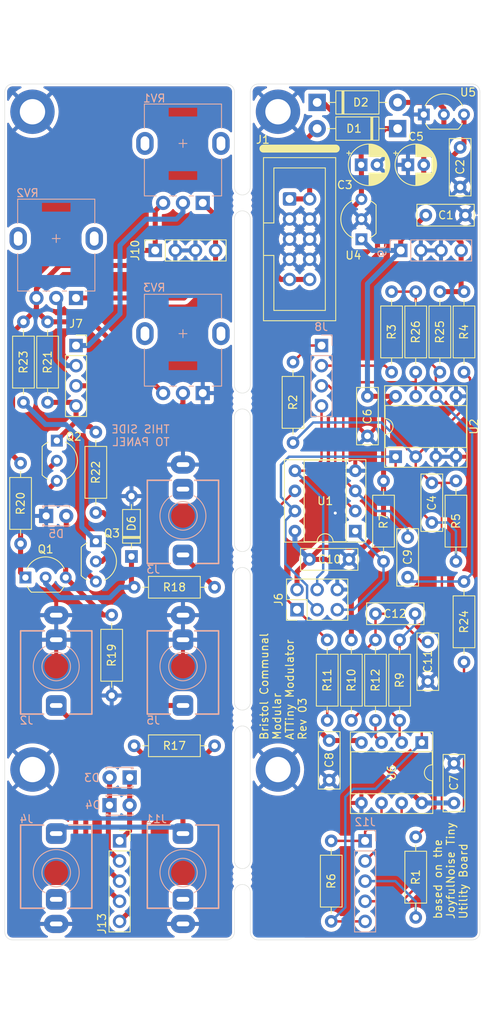
<source format=kicad_pcb>
(kicad_pcb (version 20240108) (generator "pcbnew") (generator_version "8.0")
  (title_block (title "ATTiny Modulator") (date "2024-07-06") (rev "rev03") (company "Bristol Communal Modular") (comment 1 "Based on the JNTUB designed by Ben Reeves") (comment 2 "creativecommons.org/licenses/by/4.0") (comment 3 "License: CC BY 4.0") (comment 4 "Author: Guy John"))
  (layers (0 "F.Cu" signal) (31 "B.Cu" signal) (36 "B.SilkS" user "B.Silkscreen") (37 "F.SilkS" user "F.Silkscreen") (38 "B.Mask" user) (39 "F.Mask" user) (44 "Edge.Cuts" user))
  (net 0 "")
  (net 1 "+5V")
  (net 2 "GND")
  (net 3 "-5V")
  (net 4 "VCC")
  (net 5 "Net-(U2B--)")
  (net 6 "/MCU_ADC_1")
  (net 7 "VEE")
  (net 8 "Net-(U2A--)")
  (net 9 "/MCU_ADC_2")
  (net 10 "Net-(D1-A)")
  (net 11 "Net-(D2-K)")
  (net 12 "/LED_NEG_CTRL")
  (net 13 "/LED_POS_CTRL")
  (net 14 "Net-(D5-A)")
  (net 15 "Net-(D6-K)")
  (net 16 "/CV2_CTRL")
  (net 17 "/TRIG_CTRL")
  (net 18 "Net-(J3-PadT)")
  (net 19 "/OUT_CTRL")
  (net 21 "/CV1_CTRL")
  (net 22 "/MCU_PWM")
  (net 23 "/MCU_TRIG")
  (net 24 "/MCU_RESET")
  (net 25 "/POT1_CTRL")
  (net 26 "/POT2_CTRL")
  (net 27 "/POT3_CTRL")
  (net 28 "/POT1_MAIN")
  (net 29 "/CV1_MAIN")
  (net 30 "/POT2_MAIN")
  (net 31 "/CV2_MAIN")
  (net 32 "/MCU_ADC_3")
  (net 33 "/LED_NEG_MAIN")
  (net 34 "/OUT_MAIN")
  (net 35 "/LED_POS_MAIN")
  (net 36 "Net-(Q1-C)")
  (net 37 "Net-(Q1-E)")
  (net 38 "Net-(Q3-C)")
  (net 39 "Net-(Q3-B)")
  (net 40 "Net-(C11-Pad2)")
  (net 41 "Net-(U6A--)")
  (net 42 "Net-(U6A-+)")
  (net 43 "Net-(J11-PadT)")
  (footprint "Rumblesan_Standard_Parts:R_Axial_DIN0207_L6.3mm_D2.5mm_P10.16mm_Horizontal" (layer "F.Cu") (at 113.5 117 -90)
    (property "Reference" "R19")
    (property "Value" "10k")
  )
  (footprint "Rumblesan_Standard_Parts:C_Rect_L7.0mm_W2.5mm_P5.00mm" (layer "F.Cu") (at 156.718 140.716 90)
    (property "Reference" "C7")
    (property "Value" "100nF")
  )
  (footprint "Rumblesan_Standard_Parts:R_Axial_DIN0207_L6.3mm_D2.5mm_P10.16mm_Horizontal" (layer "F.Cu") (at 102.362 90.17 90)
    (property "Reference" "R23")
    (property "Value" "R_led")
  )
  (footprint "Rumblesan_Standard_Parts:R_Axial_DIN0207_L6.3mm_D2.5mm_P10.16mm_Horizontal" (layer "F.Cu") (at 157.988 86.36 90)
    (property "Reference" "R4")
    (property "Value" "200k")
  )
  (footprint "Rumblesan_Standard_Parts:R_Axial_DIN0207_L6.3mm_D2.5mm_P10.16mm_Horizontal" (layer "F.Cu") (at 146.812 130.302 90)
    (property "Reference" "R12")
    (property "Value" "22k")
  )
  (footprint "Rumblesan_Standard_Parts:R_Axial_DIN0207_L6.3mm_D2.5mm_P10.16mm_Horizontal" (layer "F.Cu") (at 147.828 110.236 90)
    (property "Reference" "R7")
    (property "Value" "100k")
  )
  (footprint "Rumblesan_Standard_Parts:R_Axial_DIN0207_L6.3mm_D2.5mm_P10.16mm_Horizontal" (layer "F.Cu") (at 136.398 95.25 90)
    (property "Reference" "R2")
    (property "Value" "200k")
  )
  (footprint "Rumblesan_Standard_Parts:R_Axial_DIN0207_L6.3mm_D2.5mm_P10.16mm_Horizontal" (layer "F.Cu") (at 149.86 120.142 -90)
    (property "Reference" "R9")
    (property "Value" "100k")
  )
  (footprint "Rumblesan_Standard_Parts:R_Axial_DIN0207_L6.3mm_D2.5mm_P10.16mm_Horizontal" (layer "F.Cu") (at 126.5 133.5 180)
    (property "Reference" "R17")
    (property "Value" "1k")
  )
  (footprint "Rumblesan_Panelization:mouse-bite-2mm-slot" (layer "F.Cu") (at 130 90 90)
    (property "Reference" "mouse-bite-2mm-slot" (hide yes))
    (property "Value" "VAL**" (hide yes))
    (fp_arc (start -2 -1) (mid -1 0) (end -2 1) (stroke (width 0.05)) (layer "Edge.Cuts"))
    (fp_arc (start 2 1) (mid 1 0) (end 2 -1) (stroke (width 0.05)) (layer "Edge.Cuts"))
  )
  (footprint "Rumblesan_Standard_Parts:C_Rect_L7.0mm_W2.5mm_P5.00mm" (layer "F.Cu") (at 151.812 116.84 180)
    (property "Reference" "C12")
    (property "Value" "2.2nF")
  )
  (footprint "Rumblesan_Standard_Parts:D_DO-35_SOD27_P7.62mm_Horizontal" (layer "F.Cu") (at 116 109.62 90)
    (property "Reference" "D6")
    (property "Value" "1N4148")
  )
  (footprint "Rumblesan_Panelization:mouse-bite-2mm-slot" (layer "F.Cu") (at 130 110 90)
    (property "Reference" "mouse-bite-2mm-slot" (hide yes))
    (property "Value" "VAL**" (hide yes))
    (fp_arc (start -2 -1) (mid -1 0) (end -2 1) (stroke (width 0.05)) (layer "Edge.Cuts"))
    (fp_arc (start 2 1) (mid 1 0) (end 2 -1) (stroke (width 0.05)) (layer "Edge.Cuts"))
  )
  (footprint "Rumblesan_Standard_Parts:R_Axial_DIN0207_L6.3mm_D2.5mm_P10.16mm_Horizontal" (layer "F.Cu") (at 102 97.84 -90)
    (property "Reference" "R20")
    (property "Value" "100k")
  )
  (footprint "Rumblesan_Standard_Parts:C_Rect_L7.0mm_W2.5mm_P5.00mm" (layer "F.Cu") (at 145.796 89.408 -90)
    (property "Reference" "C6")
    (property "Value" "100nF")
  )
  (footprint "Package_DIP:DIP-8_W7.62mm_Socket" (layer "F.Cu") (at 149.352 97.028 90)
    (property "Reference" "U2")
    (property "Value" "MCP602")
  )
  (footprint "Connector_PinSocket_2.54mm:PinSocket_1x04_P2.54mm_Vertical" (layer "F.Cu") (at 119 71 90)
    (property "Reference" "J10")
    (property "Value" "Conn_01x04_Socket" (hide yes))
  )
  (footprint "MountingHole:MountingHole_3.2mm_M3_DIN965_Pad" (layer "F.Cu") (at 134.5 136.5)
    (property "Reference" "H3" (hide yes))
    (property "Value" "MountingHole_Pad" (hide yes))
  )
  (footprint "Package_TO_SOT_THT:TO-92_Inline_Wide" (layer "F.Cu") (at 111.506 107.696 -90)
    (property "Reference" "Q3")
    (property "Value" "BC547")
  )
  (footprint "Rumblesan_Standard_Parts:C_Rect_L7.0mm_W2.5mm_P5.00mm" (layer "F.Cu") (at 153.416 125.396 90)
    (property "Reference" "C11")
    (property "Value" "1nF")
  )
  (footprint "MountingHole:MountingHole_3.2mm_M3_DIN965_Pad" (layer "F.Cu") (at 103.5 53.5)
    (property "Reference" "H2" (hide yes))
    (property "Value" "MountingHole_Pad" (hide yes))
  )
  (footprint "MountingHole:MountingHole_3.2mm_M3_DIN965_Pad" (layer "F.Cu") (at 103.5 136.5)
    (property "Reference" "H1" (hide yes))
    (property "Value" "MountingHole_Pad" (hide yes))
  )
  (footprint "Rumblesan_Standard_Parts:D_DO-41_SOD81_P10.16mm_Horizontal" (layer "F.Cu") (at 139.446 52.324)
    (property "Reference" "D2")
    (property "Value" "1N5158")
  )
  (footprint "Rumblesan_Standard_Parts:CP_Radial_D5.0mm_P2.00mm" (layer "F.Cu") (at 145 60.198)
    (property "Reference" "C3")
    (property "Value" "10uF")
  )
  (footprint "Package_DIP:DIP-8_W7.62mm_Socket" (layer "F.Cu") (at 152.654 133.096 -90)
    (property "Reference" "U6")
    (property "Value" "TL072")
  )
  (footprint "Rumblesan_Panelization:mouse-bite-2mm-slot" (layer "F.Cu") (at 130 150 90)
    (property "Reference" "mouse-bite-2mm-slot" (hide yes))
    (property "Value" "VAL**" (hide yes))
    (fp_arc (start -2 -1) (mid -1 0) (end -2 1) (stroke (width 0.05)) (layer "Edge.Cuts"))
    (fp_arc (start 2 1) (mid 1 0) (end 2 -1) (stroke (width 0.05)) (layer "Edge.Cuts"))
  )
  (footprint "Rumblesan_Standard_Parts:CP_Radial_D5.0mm_P2.00mm" (layer "F.Cu") (at 150.908 60.198)
    (property "Reference" "C5")
    (property "Value" "10uF")
  )
  (footprint "Rumblesan_Standard_Parts:R_Axial_DIN0207_L6.3mm_D2.5mm_P10.16mm_Horizontal" (layer "F.Cu") (at 157.988 112.776 -90)
    (property "Reference" "R24")
    (property "Value" "200k")
  )
  (footprint "Rumblesan_Standard_Parts:R_Axial_DIN0207_L6.3mm_D2.5mm_P10.16mm_Horizontal" (layer "F.Cu") (at 116.34 113.5)
    (property "Reference" "R18")
    (property "Value" "100k")
  )
  (footprint "Rumblesan_Standard_Parts:C_Rect_L7.0mm_W2.5mm_P5.00mm" (layer "F.Cu") (at 157.5 63 90)
    (property "Reference" "C2")
    (property "Value" "100nF")
  )
  (footprint "Package_TO_SOT_THT:TO-92_Inline_Wide" (layer "F.Cu") (at 102.616 112.268)
    (property "Reference" "Q1")
    (property "Value" "BC547")
  )
  (footprint "Rumblesan_Standard_Parts:R_Axial_DIN0207_L6.3mm_D2.5mm_P10.16mm_Horizontal" (layer "F.Cu") (at 156.972 110.236 90)
    (property "Reference" "R5")
    (property "Value" "100k")
  )
  (footprint "Connector_PinSocket_2.54mm:PinSocket_1x05_P2.54mm_Vertical" (layer "F.Cu") (at 114.5 145.5)
    (property "Reference" "J13")
    (property "Value" "Conn_01x05_Socket" (hide yes))
  )
  (footprint "Rumblesan_Standard_Parts:C_Rect_L7.0mm_W2.5mm_P5.00mm" (layer "F.Cu") (at 138.47 109.982)
    (property "Reference" "C10")
    (property "Value" "100nF")
  )
  (footprint "Connector_PinSocket_2.54mm:PinSocket_1x04_P2.54mm_Vertical" (layer "F.Cu") (at 109 83)
    (property "Reference" "J7")
    (property "Value" "Conn_01x04_Socket" (hide yes))
  )
  (footprint "Package_TO_SOT_THT:TO-92_Inline_Wide" (layer "F.Cu") (at 106.574 94.996 -90)
    (property "Reference" "Q2")
    (property "Value" "BC547")
  )
  (footprint "Rumblesan_Panelization:mouse-bite-2mm-slot" (layer "F.Cu") (at 130 130 90)
    (property "Reference" "mouse-bite-2mm-slot" (hide yes))
    (property "Value" "VAL**" (hide yes))
    (fp_arc (start -2 -1) (mid -1 0) (end -2 1) (stroke (width 0.05)) (layer "Edge.Cuts"))
    (fp_arc (start 2 1) (mid 1 0) (end 2 -1) (stroke (width 0.05)) (layer "Edge.Cuts"))
  )
  (footprint "Rumblesan_Standard_Parts:C_Rect_L7.0mm_W2.5mm_P5.00mm" (layer "F.Cu") (at 150.876 112.228 90)
    (property "Reference" "C9")
    (property "Value" "1nF")
  )
  (footprint "MountingHole:MountingHole_3.2mm_M3_DIN965_Pad" (layer "F.Cu") (at 134.5 53.5)
    (property "Reference" "H4" (hide yes))
    (property "Value" "MountingHole_Pad" (hide yes))
  )
  (footprint "Connector_PinHeader_2.54mm:PinHeader_2x03_P2.54mm_Vertical" (layer "F.Cu") (at 136.906 116.332 90)
    (property "Reference" "J6")
    (property "Value" "AVR-ISP-6")
  )
  (footprint "Rumblesan_Eurorack_Power:Eurorack_PowerHeader_2x05_P2.54mm_Shrouded" (layer "F.Cu") (at 135.96 64.5)
    (property "Reference" "J1")
    (property "Value" "Eurorack Power Small" (hide yes))
  )
  (footprint "Rumblesan_Standard_Parts:C_Rect_L7.0mm_W2.5mm_P5.00mm" (layer "F.Cu") (at 153.162 66.548)
    (property "Reference" "C1")
    (property "Value" "100nF")
  )
  (footprint "Rumblesan_Standard_Parts:R_Axial_DIN0207_L6.3mm_D2.5mm_P10.16mm_Horizontal" (layer "F.Cu") (at 143.764 130.302 90)
    (property "Reference" "R10")
    (property "Value" "100k")
  )
  (footprint "Rumblesan_Standard_Parts:R_Axial_DIN0207_L6.3mm_D2.5mm_P10.16mm_Horizontal" (layer "F.Cu") (at 105.41 80.01 -90)
    (property "Reference" "R21")
    (property "Value" "47k")
  )
  (footprint "Rumblesan_Standard_Parts:R_Axial_DIN0207_L6.3mm_D2.5mm_P10.16mm_Horizontal" (layer "F.Cu") (at 111.5 104.08 90)
    (property "Reference" "R22")
    (property "Value" "100k")
  )
  (footprint "Rumblesan_Standard_Parts:D_DO-41_SOD81_P10.16mm_Horizontal" (layer "F.Cu") (at 149.606 55.626 180)
    (property "Reference" "D1")
    (property "Value" "1N5158")
  )
  (footprint "Package_DIP:DIP-8_W7.62mm_Socket" (layer "F.Cu") (at 144.262 106.416 180)
    (property "Reference" "U1")
    (property "Value" "ATtiny85-20P")
  )
  (footprint "Rumblesan_Standard_Parts:C_Rect_L7.0mm_W2.5mm_P5.00mm" (layer "F.Cu") (at 153.924 100.33 -90)
    (property "Reference" "C4")
    (property "Value" "1nF")
  )
  (footprint "Package_TO_SOT_THT:TO-92_Inline_Wide" (layer "F.Cu") (at 152.908 53.848)
    (property "Reference" "U5")
    (property "Value" "L79L05_TO92")
  )
  (footprint "Rumblesan_Standard_Parts:C_Rect_L7.0mm_W2.5mm_P5.00mm" (layer "F.Cu") (at 140.97 137.842 90)
    (property "Reference" "C8")
    (property "Value" "100nF")
  )
  (footprint "Package_TO_SOT_THT:TO-92_Inline_Wide" (layer "F.Cu") (at 145.034 69.596 90)
    (property "Reference" "U4")
    (property "Value" "L78L05_TO92")
  )
  (footprint "BCM_Graphics:BCM_Logo_tiny_Copper_8mmx8mm" (layer "F.Cu") (at 135.382 153.67)
    (property "Reference" "REF**" (hide yes))
    (property "Value" "BCM_Logo_tiny_Copper_8mmx8mm" (hide yes))
  )
  (footprint "Rumblesan_Standard_Parts:R_Axial_DIN0207_L6.3mm_D2.5mm_P10.16mm_Horizontal" (layer "F.Cu") (at 154.94 86.36 90)
    (property "Reference" "R25")
    (property "Value" "200k")
  )
  (footprint "Rumblesan_Standard_Parts:R_Axial_DIN0207_L6.3mm_D2.5mm_P10.16mm_Horizontal" (layer "F.Cu") (at 141.224 155.66 90)
    (property "Reference" "R6")
    (property "Value" "1k")
  )
  (footprint "Rumblesan_Standard_Parts:R_Axial_DIN0207_L6.3mm_D2.5mm_P10.16mm_Horizontal" (layer "F.Cu") (at 151.892 86.36 90)
    (property "Reference" "R26")
    (property "Value" "100k")
  )
  (footprint "Rumblesan_Standard_Parts:R_Axial_DIN0207_L6.3mm_D2.5mm_P10.16mm_Horizontal" (layer "F.Cu") (at 140.716 120.142 -90)
    (property "Reference" "R11")
    (property "Value" "22k")
  )
  (footprint "Rumblesan_Standard_Parts:R_Axial_DIN0207_L6.3mm_D2.5mm_P10.16mm_Horizontal" (layer "F.Cu") (at 148.844 76.2 -90)
    (property "Reference" "R3")
    (property "Value" "200k")
  )
  (footprint "Rumblesan_Panelization:mouse-bite-2mm-slot" (layer "F.Cu") (at 130 65 90)
    (property "Reference" "mouse-bite-2mm-slot" (hide yes))
    (property "Value" "VAL**" (hide yes))
    (fp_arc (start -2 -1) (mid -1 0) (end -2 1) (stroke (width 0.05)) (layer "Edge.Cuts"))
    (fp_arc (start 2 1) (mid 1 0) (end 2 -1) (stroke (width 0.05)) (layer "Edge.Cuts"))
  )
  (footprint "Rumblesan_Standard_Parts:R_Axial_DIN0207_L6.3mm_D2.5mm_P10.16mm_Horizontal" (layer "F.Cu") (at 151.892 145 -90)
    (property "Reference" "R1")
    (property "Value" "200k")
  )
  (footprint "Rumblesan_Audio_Connectors:Jack_3.5mm_QingPu_WQP-PJ398SM_Vertical" (layer "B.Cu") (at 122.5 149.5 180)
    (property "Reference" "J11")
    (property "Value" "Eurorack Mono Jack" (hide yes))
  )
  (footprint "LED_THT:LED_D1.8mm_W3.3mm_H2.4mm" (layer "B.Cu") (at 105.225 104.5)
    (property "Reference" "D5")
    (property "Value" "LED")
  )
  (footprint "Rumblesan_Potentiometer_THT:Potentiometer_Alpha_RD901F-40-00D_Single_Vertical" (layer "B.Cu") (at 106.5 69.5 180)
    (property "Reference" "RV2")
    (property "Value" "10k" (hide yes))
  )
  (footprint "Rumblesan_Audio_Connectors:Jack_3.5mm_QingPu_WQP-PJ398SM_Vertical" (layer "B.Cu") (at 122.5 123.5)
    (property "Reference" "J5")
    (property "Value" "Eurorack Mono Jack" (hide yes))
  )
  (footprint "Connector_PinHeader_2.54mm:PinHeader_1x04_P2.54mm_Vertical" (layer "B.Cu") (at 150 71 -90)
    (property "Reference" "J9")
    (property "Value" "Conn_01x04_Pin" (hide yes))
  )
  (footprint "Rumblesan_Audio_Connectors:Jack_3.5mm_QingPu_WQP-PJ398SM_Vertical" (layer "B.Cu") (at 106.5 149.5 180)
    (property "Reference" "J4")
    (property "Value" "Eurorack Mono Jack" (hide yes))
  )
  (footprint "Rumblesan_Potentiometer_THT:Potentiometer_Alpha_RD901F-40-00D_Single_Vertical" (layer "B.Cu") (at 122.5 81.5 180)
    (property "Reference" "RV3")
    (property "Value" "10k" (hide yes))
  )
  (footprint "LED_THT:LED_D1.8mm_W3.3mm_H2.4mm" (layer "B.Cu") (at 115.775 137.5 180)
    (property "Reference" "D3")
    (property "Value" "LED" (hide yes))
  )
  (footprint "Rumblesan_Potentiometer_THT:Potentiometer_Alpha_RD901F-40-00D_Single_Vertical" (layer "B.Cu") (at 122.5 57.5 180)
    (property "Reference" "RV1")
    (property "Value" "10k" (hide yes))
  )
  (footprint "Rumblesan_Audio_Connectors:Jack_3.5mm_QingPu_WQP-PJ398SM_Vertical" (layer "B.Cu") (at 122.5 104.5)
    (property "Reference" "J3")
    (property "Value" "Eurorack Mono Jack" (hide yes))
  )
  (footprint "LED_THT:LED_D1.8mm_W3.3mm_H2.4mm" (layer "B.Cu") (at 113.225 141)
    (property "Reference" "D4")
    (property "Value" "LED" (hide yes))
  )
  (footprint "Connector_PinHeader_2.54mm:PinHeader_1x05_P2.54mm_Vertical" (layer "B.Cu") (at 145.5 145.5 180)
    (property "Reference" "J12")
    (property "Value" "Conn_01x05_Pin" (hide yes))
  )
  (footprint "Rumblesan_Audio_Connectors:Jack_3.5mm_QingPu_WQP-PJ398SM_Vertical" (layer "B.Cu") (at 106.5 123.5)
    (property "Reference" "J2")
    (property "Value" "Eurorack Mono Jack" (hide yes))
  )
  (footprint "Connector_PinHeader_2.54mm:PinHeader_1x04_P2.54mm_Vertical" (layer "B.Cu") (at 140 83 180)
    (property "Reference" "J8")
    (property "Value" "Conn_01x04_Pin" (hide yes))
  )
  (gr_line (start 132 50) (end 159 50) (stroke (width 0.05)) (layer "Edge.Cuts"))
  (gr_line (start 129 152) (end 129 157) (stroke (width 0.05)) (layer "Edge.Cuts"))
  (gr_line (start 101 50) (end 128 50) (stroke (width 0.05)) (layer "Edge.Cuts"))
  (gr_arc (start 159 50) (mid 159.707107 50.292893) (end 160 51) (stroke (width 0.05)) (layer "Edge.Cuts"))
  (gr_line (start 100 157) (end 100 51) (stroke (width 0.05)) (layer "Edge.Cuts"))
  (gr_line (start 160 51) (end 160 157) (stroke (width 0.05)) (layer "Edge.Cuts"))
  (gr_arc (start 132 158) (mid 131.292893 157.707107) (end 131 157) (stroke (width 0.05)) (layer "Edge.Cuts"))
  (gr_arc (start 129 157) (mid 128.707107 157.707107) (end 128 158) (stroke (width 0.05)) (layer "Edge.Cuts"))
  (gr_line (start 129 132) (end 129 148) (stroke (width 0.05)) (layer "Edge.Cuts"))
  (gr_line (start 128 158) (end 101 158) (stroke (width 0.05)) (layer "Edge.Cuts"))
  (gr_arc (start 131 51) (mid 131.292893 50.292893) (end 132 50) (stroke (width 0.05)) (layer "Edge.Cuts"))
  (gr_arc (start 128 50) (mid 128.707107 50.292893) (end 129 51) (stroke (width 0.05)) (layer "Edge.Cuts"))
  (gr_line (start 131 112) (end 131 128) (stroke (width 0.05)) (layer "Edge.Cuts"))
  (gr_arc (start 101 158) (mid 100.292893 157.707107) (end 100 157) (stroke (width 0.05)) (layer "Edge.Cuts"))
  (gr_line (start 131 51) (end 131 63) (stroke (width 0.05)) (layer "Edge.Cuts"))
  (gr_arc (start 160 157) (mid 159.707107 157.707107) (end 159 158) (stroke (width 0.05)) (layer "Edge.Cuts"))
  (gr_line (start 131 67) (end 131 88) (stroke (width 0.05)) (layer "Edge.Cuts"))
  (gr_line (start 129 67) (end 129 88) (stroke (width 0.05)) (layer "Edge.Cuts"))
  (gr_line (start 131 132) (end 131 148) (stroke (width 0.05)) (layer "Edge.Cuts"))
  (gr_line (start 159 158) (end 132 158) (stroke (width 0.05)) (layer "Edge.Cuts"))
  (gr_line (start 129 112) (end 129 128) (stroke (width 0.05)) (layer "Edge.Cuts"))
  (gr_line (start 129 92) (end 129 108) (stroke (width 0.05)) (layer "Edge.Cuts"))
  (gr_arc (start 100 51) (mid 100.292893 50.292893) (end 101 50) (stroke (width 0.05)) (layer "Edge.Cuts"))
  (gr_line (start 131 152) (end 131 157) (stroke (width 0.05)) (layer "Edge.Cuts"))
  (gr_line (start 131 92) (end 131 108) (stroke (width 0.05)) (layer "Edge.Cuts"))
  (gr_line (start 129 51) (end 129 63) (stroke (width 0.05)) (layer "Edge.Cuts"))
  (gr_text "THIS SIDE\nTO PANEL" (at 120.904 95.758 0) (layer "B.SilkS") (effects (font (size 1 1)) (justify left bottom mirror)))
  (gr_text "Bristol Communal\nModular\nATTiny Modulator\nRev 03" (at 138.176 132.842 90) (layer "F.SilkS") (effects (font (size 1 1)) (justify left bottom)))
  (gr_text "based on the\nJoyfulNoise Tiny\nUtility Board" (at 158.496 155.448 90) (layer "F.SilkS") (effects (font (size 1 1)) (justify left bottom)))
  (segment (start 100.9905 96.8305) (end 102 97.84) (width 0.635) (layer "F.Cu") (net 1))
  (segment (start 104 75.832) (end 106.934 72.898) (width 0.635) (layer "F.Cu") (net 1))
  (segment (start 136.906 113.792) (end 136.906 111.546) (width 0.635) (layer "F.Cu") (net 1))
  (segment (start 104 77) (end 104 78.372) (width 0.635) (layer "F.Cu") (net 1))
  (segment (start 106.934 72.898) (end 115.57 72.898) (width 0.635) (layer "F.Cu") (net 1))
  (segment (start 119 66) (end 120 65) (width 0.635) (layer "F.Cu") (net 1))
  (segment (start 143.764 113.03) (end 140.716 109.982) (width 0.635) (layer "F.Cu") (net 1))
  (segment (start 150 71) (end 150 69.71) (width 0.635) (layer "F.Cu") (net 1))
  (segment (start 119 71) (end 119 66) (width 0.635) (layer "F.Cu") (net 1))
  (segment (start 140.716 109.982) (end 138.47 109.982) (width 0.635) (layer "F.Cu") (net 1))
  (segment (start 104 78.6) (end 105.41 80.01) (width 0.635) (layer "F.Cu") (net 1))
  (segment (start 136.906 111.546) (end 138.47 109.982) (width 0.635) (layer "F.Cu") (net 1))
  (segment (start 104 77) (end 104 75.832) (width 0.635) (layer "F.Cu") (net 1))
  (segment (start 111.01 80.01) (end 120 89) (width 0.635) (layer "F.Cu") (net 1))
  (segment (start 145.796 89.408) (end 149.352 89.408) (width 0.635) (layer "F.Cu") (net 1))
  (segment (start 147.828 105.918) (end 145.288 108.458) (width 0.635) (layer "F.Cu") (net 1))
  (segment (start 147.828 100.076) (end 147.828 105.918) (width 0.635) (layer "F.Cu") (net 1))
  (segment (start 104 77) (end 104 78.6) (width 0.635) (layer "F.Cu") (net 1))
  (segment (start 102.362 80.01) (end 100.9905 81.3815) (width 0.635) (layer "F.Cu") (net 1))
  (segment (start 115.57 72.898) (end 117.468 71) (width 0.635) (layer "F.Cu") (net 1))
  (segment (start 143.764 120.142) (end 143.764 113.03) (width 0.635) (layer "F.Cu") (net 1))
  (segment (start 100.9905 81.3815) (end 100.9905 96.8305) (width 0.635) (layer "F.Cu") (net 1))
  (segment (start 150 69.71) (end 153.162 66.548) (width 0.635) (layer "F.Cu") (net 1))
  (segment (start 105.41 80.01) (end 111.01 80.01) (width 0.635) (layer "F.Cu") (net 1))
  (segment (start 147.828 100.076) (end 147.828 90.932) (width 0.635) (layer "F.Cu") (net 1))
  (segment (start 139.994 108.458) (end 138.47 109.982) (width 0.635) (layer "F.Cu") (net 1))
  (segment (start 145.288 108.458) (end 139.994 108.458) (width 0.635) (layer "F.Cu") (net 1))
  (segment (start 117.468 71) (end 119 71) (width 0.635) (layer "F.Cu") (net 1))
  (segment (start 147.828 90.932) (end 149.352 89.408) (width 0.635) (layer "F.Cu") (net 1))
  (segment (start 104 78.372) (end 102.362 80.01) (width 0.635) (layer "F.Cu") (net 1))
  (segment (start 145.796 89.408) (end 145.796 75.204) (width 0.635) (layer "B.Cu") (net 1))
  (segment (start 145.796 75.204) (end 150 71) (width 0.635) (layer "B.Cu") (net 1))
  (segment (start 136.642 106.416) (end 136.642 108.154) (width 0.635) (layer "B.Cu") (net 1))
  (segment (start 145.034 69.596) (end 146.438 71) (width 0.635) (layer "B.Cu") (net 1))
  (segment (start 136.642 108.154) (end 138.47 109.982) (width 0.635) (layer "B.Cu") (net 1))
  (segment (start 146.438 71) (end 150 71) (width 0.635) (layer "B.Cu") (net 1))
  (via (at 141.732 104.14) (size 0.762) (drill 0.381) (layers "F.Cu" "B.Cu") (net 2))
  (segment (start 157.988 76.2) (end 154.94 76.2) (width 0.635) (layer "F.Cu") (net 3))
  (segment (start 155.448 60.198) (end 155.448 67.818) (width 0.635) (layer "F.Cu") (net 3))
  (segment (start 109 77) (end 122.644 77) (width 0.635) (layer "F.Cu") (net 3))
  (segment (start 126.62 66.62) (end 125 65) (width 0.635) (layer "F.Cu") (net 3))
  (segment (start 126.62 73.024) (end 122.644 77) (width 0.635) (layer "F.Cu") (net 3))
  (segment (start 157.62 71) (end 157.62 75.832) (width 0.635) (layer "F.Cu") (net 3))
  (segment (start 126.62 71) (end 126.62 73.024) (width 0.635) (layer "F.Cu") (net 3))
  (segment (start 157.988 57.512) (end 157.5 58) (width 0.635) (layer "F.Cu") (net 3))
  (segment (start 155.448 67.818) (end 157.62 69.99) (width 0.635) (layer "F.Cu") (net 3))
  (segment (start 157.5 58.146) (end 155.448 60.198) (width 0.635) (layer "F.Cu") (net 3))
  (segment (start 126.62 71) (end 126.62 66.62) (width 0.635) (layer "F.Cu") (net 3))
  (segment (start 157.5 58) (end 157.5 58.146) (width 0.635) (layer "F.Cu") (net 3))
  (segment (start 157.62 69.99) (end 157.62 71) (width 0.635) (layer "F.Cu") (net 3))
  (segment (start 157.988 53.848) (end 157.988 57.512) (width 0.635) (layer "F.Cu") (net 3))
  (segment (start 157.62 75.832) (end 157.988 76.2) (width 0.635) (layer "F.Cu") (net 3))
  (segment (start 141.224 68.326) (end 141.224 74.676) (width 0.635) (layer "F.Cu") (net 4))
  (segment (start 145 58.708) (end 145 60.198) (width 0.635) (layer "F.Cu") (net 4))
  (segment (start 148.082 55.626) (end 145 58.708) (width 0.635) (layer "F.Cu") (net 4))
  (segment (start 147.32 135.382) (end 152.654 140.716) (width 0.635) (layer "F.Cu") (net 4))
  (segment (start 145.034 60.232) (end 145 60.198) (width 0.635) (layer "F.Cu") (net 4))
  (segment (start 139.7 135.382) (end 147.32 135.382) (width 0.635) (layer "F.Cu") (net 4))
  (segment (start 145.034 64.516) (end 145.034 60.232) (width 0.635) (layer "F.Cu") (net 4))
  (segment (start 132.08 127.762) (end 139.7 135.382) (width 0.635) (layer "F.Cu") (net 4))
  (segment (start 141.224 74.676) (end 132.08 83.82) (width 0.635) (layer "F.Cu") (net 4))
  (segment (start 149.606 55.626) (end 148.082 55.626) (width 0.635) (layer "F.Cu") (net 4))
  (segment (start 132.08 83.82) (end 132.08 127.762) (width 0.635) (layer "F.Cu") (net 4))
  (segment (start 145.034 64.516) (end 141.224 68.326) (width 0.635) (layer "F.Cu") (net 4))
  (segment (start 152.654 140.716) (end 156.718 140.716) (width 0.635) (layer "B.Cu") (net 4))
  (segment (start 154.432 86.868) (end 154.94 86.36) (width 0.3048) (layer "F.Cu") (net 5))
  (segment (start 151.892 76.2) (end 151.892 83.312) (width 0.3048) (layer "F.Cu") (net 5))
  (segment (start 151.892 83.312) (end 154.94 86.36) (width 0.3048) (layer "F.Cu") (net 5))
  (segment (start 148.844 76.2) (end 151.892 76.2) (width 0.3048) (layer "F.Cu") (net 5))
  (segment (start 154.432 89.408) (end 154.432 86.868) (width 0.3048) (layer "F.Cu") (net 5))
  (segment (start 154.432 89.408) (end 159.004 93.98) (width 0.3048) (layer "B.Cu") (net 5))
  (segment (start 157.988 112.776) (end 151.424 112.776) (width 0.3048) (layer "B.Cu") (net 5))
  (segment (start 151.424 112.776) (end 150.876 112.228) (width 0.3048) (layer "B.Cu") (net 5))
  (segment (start 159.004 111.76) (end 157.988 112.776) (width 0.3048) (layer "B.Cu") (net 5))
  (segment (start 159.004 93.98) (end 159.004 111.76) (width 0.3048) (layer "B.Cu") (net 5))
  (segment (start 149.352 97.028) (end 149.352 100.758) (width 0.3048) (layer "F.Cu") (net 6))
  (segment (start 149.352 100.758) (end 153.924 105.33) (width 0.3048) (layer "F.Cu") (net 6))
  (segment (start 155.876 105.33) (end 156.972 106.426) (width 0.3048) (layer "B.Cu") (net 6))
  (segment (start 135.4356 110.544782) (end 138.176 113.285182) (width 0.3048) (layer "B.Cu") (net 6))
  (segment (start 136.642 103.876) (end 135.4356 105.0824) (width 0.3048) (layer "B.Cu") (net 6))
  (segment (start 136.642 103.876) (end 134.874 102.108) (width 0.3048) (layer "B.Cu") (net 6))
  (segment (start 135.4356 105.0824) (end 135.4356 110.544782) (width 0.3048) (layer "B.Cu") (net 6))
  (segment (start 153.924 105.33) (end 155.876 105.33) (width 0.3048) (layer "B.Cu") (net 6))
  (segment (start 156.972 106.426) (end 156.972 110.236) (width 0.3048) (layer "B.Cu") (net 6))
  (segment (start 138.176 115.062) (end 139.446 116.332) (width 0.3048) (layer "B.Cu") (net 6))
  (segment (start 134.874 102.108) (end 134.874 98.044) (width 0.3048) (layer "B.Cu") (net 6))
  (segment (start 138.176 113.285182) (end 138.176 115.062) (width 0.3048) (layer "B.Cu") (net 6))
  (segment (start 134.874 98.044) (end 135.89 97.028) (width 0.3048) (layer "B.Cu") (net 6))
  (segment (start 135.89 97.028) (end 149.352 97.028) (width 0.3048) (layer "B.Cu") (net 6))
  (segment (start 147.066 71.501) (end 133.35 85.217) (width 0.635) (layer "F.Cu") (net 7))
  (segment (start 133.35 125.222) (end 140.97 132.842) (width 0.635) (layer "F.Cu") (net 7))
  (segment (start 152.908 64.008) (end 147.066 69.85) (width 0.635) (layer "F.Cu") (net 7))
  (segment (start 147.066 69.85) (end 147.066 71.501) (width 0.635) (layer "F.Cu") (net 7))
  (segment (start 133.35 85.217) (end 133.35 125.222) (width 0.635) (layer "F.Cu") (net 7))
  (segment (start 152.908 60.198) (end 152.908 64.008) (width 0.635) (layer "F.Cu") (net 7))
  (segment (start 140.97 132.842) (end 144.78 132.842) (width 0.635) (layer "F.Cu") (net 7))
  (segment (start 155.448 55.88) (end 155.448 53.848) (width 0.635) (layer "F.Cu") (net 7))
  (segment (start 152.908 60.198) (end 152.908 58.42) (width 0.635) (layer "F.Cu") (net 7))
  (segment (start 144.78 132.842) (end 145.034 133.096) (width 0.635) (layer "F.Cu") (net 7))
  (segment (start 155.448 53.086) (end 155.448 53.848) (width 0.635) (layer "F.Cu") (net 7))
  (segment (start 149.606 52.324) (end 154.686 52.324) (width 0.635) (layer "F.Cu") (net 7))
  (segment (start 152.908 58.42) (end 155.448 55.88) (width 0.635) (layer "F.Cu") (net 7))
  (segment (start 154.686 52.324) (end 155.448 53.086) (width 0.635) (layer "F.Cu") (net 7))
  (segment (start 155.194 141.698) (end 151.892 145) (width 0.3048) (layer "F.Cu") (net 8))
  (segment (start 155.702 100.33) (end 155.194 100.33) (width 0.3048) (layer "F.Cu") (net 8))
  (segment (start 158.75 87.122) (end 158.75 90.17) (width 0.3048) (layer "F.Cu") (net 8))
  (segment (start 158.75 90.17) (end 151.892 97.028) (width 0.3048) (layer "F.Cu") (net 8))
  (segment (start 155.194 100.33) (end 155.194 141.698) (width 0.3048) (layer "F.Cu") (net 8))
  (segment (start 153.924 100.33) (end 155.702 100.33) (width 0.3048) (layer "F.Cu") (net 8))
  (segment (start 157.988 86.36) (end 158.75 87.122) (width 0.3048) (layer "F.Cu") (net 8))
  (segment (start 151.892 97.028) (end 151.892 98.298) (width 0.3048) (layer "F.Cu") (net 8))
  (segment (start 151.892 98.298) (end 153.924 100.33) (width 0.3048) (layer "F.Cu") (net 8))
  (segment (start 155.702 100.33) (end 156.718 100.33) (width 0.3048) (layer "F.Cu") (net 8))
  (segment (start 156.718 100.33) (end 156.972 100.076) (width 0.3048) (layer "F.Cu") (net 8))
  (segment (start 138.938 92.71) (end 147.574 92.71) (width 0.3048) (layer "B.Cu") (net 8))
  (segment (start 136.398 95.25) (end 138.938 92.71) (width 0.3048) (layer "B.Cu") (net 8))
  (segment (start 147.574 92.71) (end 151.892 97.028) (width 0.3048) (layer "B.Cu") (net 8))
  (segment (start 144.526 87.63) (end 151.892 87.63) (width 0.3048) (layer "F.Cu") (net 9))
  (segment (start 142.748 89.408) (end 144.526 87.63) (width 0.3048) (layer "F.Cu") (net 9))
  (segment (start 142.748 99.822) (end 142.748 89.408) (width 0.3048) (layer "F.Cu") (net 9))
  (segment (start 151.892 87.63) (end 151.892 89.408) (width 0.3048) (layer "F.Cu") (net 9))
  (segment (start 151.892 86.36) (end 151.892 87.63) (width 0.3048) (layer "F.Cu") (net 9))
  (segment (start 144.262 101.336) (end 142.748 99.822) (width 0.3048) (layer "F.Cu") (net 9))
  (segment (start 144.262 101.336) (end 146.812 103.886) (width 0.3048) (layer "B.Cu") (net 9))
  (segment (start 148.59 103.886) (end 150.876 106.172) (width 0.3048) (layer "B.Cu") (net 9))
  (segment (start 146.812 103.886) (end 148.59 103.886) (width 0.3048) (layer "B.Cu") (net 9))
  (segment (start 150.876 106.172) (end 150.876 107.228) (width 0.3048) (layer "B.Cu") (net 9))
  (segment (start 135.96 74.66) (end 138.5 74.66) (width 0.635) (layer "F.Cu") (net 10))
  (segment (start 133.35 73.152) (end 134.858 74.66) (width 0.635) (layer "F.Cu") (net 10))
  (segment (start 139.446 55.626) (end 133.35 61.722) (width 0.635) (layer "F.Cu") (net 10))
  (segment (start 134.858 74.66) (end 135.96 74.66) (width 0.635) (layer "F.Cu") (net 10))
  (segment (start 133.35 61.722) (end 133.35 73.152) (width 0.635) (layer "F.Cu") (net 10))
  (segment (start 141.986 54.102) (end 141.986 56.896) (width 0.635) (layer "F.Cu") (net 11))
  (segment (start 138.5 64.5) (end 135.96 64.5) (width 0.635) (layer "F.Cu") (net 11))
  (segment (start 141.986 56.896) (end 138.5 60.382) (width 0.635) (layer "F.Cu") (net 11))
  (segment (start 138.5 60.382) (end 138.5 64.5) (width 0.635) (layer "F.Cu") (net 11))
  (segment (start 139.446 52.324) (end 140.208 52.324) (width 0.635) (layer "F.Cu") (net 11))
  (segment (start 140.208 52.324) (end 141.986 54.102) (width 0.635) (layer "F.Cu") (net 11))
  (segment (start 115.775 137.5) (end 115.775 140.99) (width 0.635) (layer "F.Cu") (net 12))
  (segment (start 115.765 141) (end 115.765 144.235) (width 0.635) (layer "F.Cu") (net 12))
  (segment (start 115.765 144.235) (end 114.5 145.5) (width 0.635) (layer "F.Cu") (net 12))
  (segment (start 115.775 140.99) (end 115.765 141) (width 0.635) (layer "F.Cu") (net 12))
  (segment (start 113.0785 146.6185) (end 114.5 148.04) (width 0.635) (layer "F.Cu") (net 13))
  (segment (start 113.225 141) (end 113.0785 141.1465) (width 0.635) (layer "F.Cu") (net 13))
  (segment (start 113.0785 141.1465) (end 113.0785 146.6185) (width 0.635) (layer "F.Cu") (net 13))
  (segment (start 113.235 137.5) (end 113.235 140.99) (width 0.635) (layer "F.Cu") (net 13))
  (segment (start 113.235 140.99) (end 113.225 141) (width 0.635) (layer "F.Cu") (net 13))
  (segment (start 107.765 104.5) (end 107.765 109.035) (width 0.635) (layer "F.Cu") (net 14))
  (segment (start 107.765 109.035) (end 111.506 112.776) (width 0.635) (layer "F.Cu") (net 14))
  (segment (start 116 113.16) (end 116.34 113.5) (width 0.635) (layer "F.Cu") (net 15))
  (segment (start 116 109.62) (end 116 113.16) (width 0.635) (layer "F.Cu") (net 15))
  (segment (start 105.156 113.03) (end 106.934 114.808) (width 0.635) (layer "B.Cu") (net 15))
  (segment (start 114.592 113.5) (end 116.34 113.5) (width 0.635) (layer "B.Cu") (net 15))
  (segment (start 113.284 114.808) (end 114.592 113.5) (width 0.635) (layer "B.Cu") (net 15))
  (segment (start 105.156 112.268) (end 105.156 113.03) (width 0.635) (layer "B.Cu") (net 15))
  (segment (start 106.934 114.808) (end 113.284 114.808) (width 0.635) (layer "B.Cu") (net 15))
  (segment (start 108.966 130.886) (end 106.5 128.42) (width 0.635) (layer "F.Cu") (net 16))
  (segment (start 108.966 147.586) (end 108.966 130.886) (width 0.635) (layer "F.Cu") (net 16))
  (segment (start 114.5 153.12) (end 108.966 147.586) (width 0.635) (layer "F.Cu") (net 16))
  (segment (start 109 92.57) (end 106.574 94.996) (width 0.635) (layer "F.Cu") (net 17))
  (segment (start 105.41 90.17) (end 108.55 90.17) (width 0.635) (layer "F.Cu") (net 17))
  (segment (start 109 92.57) (end 109.648 93.218) (width 0.635) (layer "F.Cu") (net 17))
  (segment (start 109 90.62) (end 109 92.57) (width 0.635) (layer "F.Cu") (net 17))
  (segment (start 109.648 93.218) (end 110.798 93.218) (width 0.635) (layer "F.Cu") (net 17))
  (segment (start 108.55 90.17) (end 109 90.62) (width 0.635) (layer "F.Cu") (net 17))
  (segment (start 110.798 93.218) (end 111.5 93.92) (width 0.635) (layer "F.Cu") (net 17))
  (segment (start 122.5 109.5) (end 126.5 113.5) (width 0.635) (layer "F.Cu") (net 18))
  (segment (start 122.5 109.42) (end 122.5 109.5) (width 0.635) (layer "F.Cu") (net 18))
  (segment (start 117.602 152.558) (end 114.5 155.66) (width 0.635) (layer "F.Cu") (net 19))
  (segment (start 116.34 133.5) (end 119.126 136.286) (width 0.635) (layer "F.Cu") (net 19))
  (segment (start 119.126 141.478) (end 117.602 143.002) (width 0.635) (layer "F.Cu") (net 19))
  (segment (start 119.126 136.286) (end 119.126 141.478) (width 0.635) (layer "F.Cu") (net 19))
  (segment (start 117.602 143.002) (end 117.602 152.558) (width 0.635) (layer "F.Cu") (net 19))
  (segment (start 114.5 150.58) (end 110.236 146.316) (width 0.635) (layer "F.Cu") (net 21))
  (segment (start 110.236 146.316) (end 110.236 134.874) (width 0.635) (layer "F.Cu") (net 21))
  (segment (start 116.69 128.42) (end 122.5 128.42) (width 0.635) (layer "F.Cu") (net 21))
  (segment (start 110.236 134.874) (end 116.69 128.42) (width 0.635) (layer "F.Cu") (net 21))
  (segment (start 136.906 116.332) (end 140.716 120.142) (width 0.3048) (layer "F.Cu") (net 22))
  (segment (start 134.62 103.358) (end 134.62 114.046) (width 0.3048) (layer "F.Cu") (net 22))
  (segment (start 136.642 101.336) (end 134.62 103.358) (width 0.3048) (layer "F.Cu") (net 22))
  (segment (start 134.62 114.046) (end 136.906 116.332) (width 0.3048) (layer "F.Cu") (net 22))
  (segment (start 140 97.49) (end 138.694 98.796) (width 0.3048) (layer "F.Cu") (net 23))
  (segment (start 140 90.62) (end 140 97.49) (width 0.3048) (layer "F.Cu") (net 23))
  (segment (start 138.694 98.796) (end 136.642 98.796) (width 0.3048) (layer "F.Cu") (net 23))
  (segment (start 136.642 98.796) (end 140.208 102.362) (width 0.3048) (layer "B.Cu") (net 23))
  (segment (start 139.446 112.268) (end 139.446 113.792) (width 0.3048) (layer "B.Cu") (net 23))
  (segment (start 140.208 111.506) (end 139.446 112.268) (width 0.3048) (layer "B.Cu") (net 23))
  (segment (start 140.208 102.362) (end 140.208 111.506) (width 0.3048) (layer "B.Cu") (net 23))
  (segment (start 147.828 112.522) (end 147.828 110.236) (width 0.3048) (layer "B.Cu") (net 24))
  (segment (start 144.018 116.332) (end 147.828 112.522) (width 0.3048) (layer "B.Cu") (net 24))
  (segment (start 144.262 106.416) (end 144.262 106.67) (width 0.3048) (layer "B.Cu") (net 24))
  (segment (start 144.262 106.67) (end 147.828 110.236) (width 0.3048) (layer "B.Cu") (net 24))
  (segment (start 141.986 116.332) (end 144.018 116.332) (width 0.3048) (layer "B.Cu") (net 24))
  (segment (start 114.554 70.358) (end 117.856 67.056) (width 0.635) (layer "B.Cu") (net 25))
  (segment (start 109 83) (end 110.548 83) (width 0.635) (layer "B.Cu") (net 25))
  (segment (start 110.548 83) (end 114.554 78.994) (width 0.635) (layer "B.Cu") (net 25))
  (segment (start 121.666 67.056) (end 122.5 66.222) (width 0.635) (layer "B.Cu") (net 25))
  (segment (start 114.554 78.994) (end 114.554 70.358) (width 0.635) (layer "B.Cu") (net 25))
  (segment (start 117.856 67.056) (end 121.666 67.056) (width 0.635) (layer "B.Cu") (net 25))
  (segment (start 122.5 66.222) (end 122.5 65) (width 0.635) (layer "B.Cu") (net 25))
  (segment (start 106.5 77) (end 106.934 77.434) (width 0.635) (layer "B.Cu") (net 26))
  (segment (start 107.892 85.54) (end 109 85.54) (width 0.635) (layer "B.Cu") (net 26))
  (segment (start 106.934 84.582) (end 107.892 85.54) (width 0.635) (layer "B.Cu") (net 26))
  (segment (start 106.934 77.434) (end 106.934 84.582) (width 0.635) (layer "B.Cu") (net 26))
  (segment (start 122.5 90.352) (end 122.5 89) (width 0.635) (layer "F.Cu") (net 27))
  (segment (start 115.316 91.44) (end 121.412 91.44) (width 0.635) (layer "F.Cu") (net 27))
  (segment (start 121.412 91.44) (end 122.5 90.352) (width 0.635) (layer "F.Cu") (net 27))
  (segment (start 111.956 88.08) (end 115.316 91.44) (width 0.635) (layer "F.Cu") (net 27))
  (segment (start 109 88.08) (end 111.956 88.08) (width 0.635) (layer "F.Cu") (net 27))
  (segment (start 138.488 83) (end 136.398 85.09) (width 0.3048) (layer "F.Cu") (net 28))
  (segment (start 140 83) (end 138.488 83) (width 0.3048) (layer "F.Cu") (net 28))
  (segment (start 145.5 150.58) (end 149.31 150.58) (width 0.3048) (layer "B.Cu") (net 29))
  (segment (start 149.31 150.58) (end 151.892 153.162) (width 0.3048) (layer "B.Cu") (net 29))
  (segment (start 151.892 153.162) (end 151.892 155.16) (width 0.3048) (layer "B.Cu") (net 29))
  (segment (start 140 85.54) (end 148.024 85.54) (width 0.3048) (layer "F.Cu") (net 30))
  (segment (start 148.024 85.54) (end 148.844 86.36) (width 0.3048) (layer "F.Cu") (net 30))
  (segment (start 157.988 122.936) (end 157.988 145.288) (width 0.3048) (layer "F.Cu") (net 31))
  (segment (start 157.988 145.288) (end 150.156 153.12) (width 0.3048) (layer "F.Cu") (net 31))
  (segment (start 150.156 153.12) (end 145.5 153.12) (width 0.3048) (layer "F.Cu") (net 31))
  (segment (start 140.912 88.08) (end 141.732 88.9) (width 0.3048) (layer "F.Cu") (net 32))
  (segment (start 140 88.08) (end 140.912 88.08) (width 0.3048) (layer "F.Cu") (net 32))
  (segment (start 141.732 88.9) (end 141.732 101.346) (width 0.3048) (layer "F.Cu") (net 32))
  (segment (start 141.732 101.346) (end 144.262 103.876) (width 0.3048) (layer "F.Cu") (net 32))
  (segment (start 145.5 144.314) (end 147.574 142.24) (width 0.3048) (layer "F.Cu") (net 33))
  (segment (start 141.224 145.5) (end 145.5 145.5) (width 0.3048) (layer "F.Cu") (net 33))
  (segment (start 145.5 145.5) (end 145.5 144.314) (width 0.3048) (layer "F.Cu") (net 33))
  (segment (start 147.574 142.24) (end 147.574 140.716) (width 0.3048) (layer "F.Cu") (net 33))
  (segment (start 149.86 126.746) (end 152.654 129.54) (width 0.3048) (layer "F.Cu") (net 34))
  (segment (start 141.224 155.66) (end 145.5 155.66) (width 0.3048) (layer "F.Cu") (net 34))
  (segment (start 149.86 120.142) (end 149.86 126.746) (width 0.3048) (layer "F.Cu") (net 34))
  (segment (start 152.654 129.54) (end 152.654 133.096) (width 0.3048) (layer "F.Cu") (net 34))
  (segment (start 151.812 118.19) (end 149.86 120.142) (width 0.3048) (layer "B.Cu") (net 34))
  (segment (start 143.002 153.882) (end 141.224 155.66) (width 0.3048) (layer "B.Cu") (net 34))
  (segment (start 152.654 133.096) (end 146.812 138.938) (width 0.3048) (layer "B.Cu") (net 34))
  (segment (start 151.812 116.84) (end 151.812 118.19) (width 0.3048) (layer "B.Cu") (net 34))
  (segment (start 143.002 139.954) (end 143.002 153.882) (width 0.3048) (layer "B.Cu") (net 34))
  (segment (start 146.812 138.938) (end 144.018 138.938) (width 0.3048) (layer "B.Cu") (net 34))
  (segment (start 144.018 138.938) (end 143.002 139.954) (width 0.3048) (layer "B.Cu") (net 34))
  (segment (start 150.114 140.716) (end 150.114 143.426) (width 0.3048) (layer "F.Cu") (net 35))
  (segment (start 150.114 143.426) (end 145.5 148.04) (width 0.3048) (layer "F.Cu") (net 35))
  (segment (start 102 111.652) (end 102.616 112.268) (width 0.635) (layer "F.Cu") (net 36))
  (segment (start 102 108) (end 102 102.11) (width 0.635) (layer "F.Cu") (net 36))
  (segment (start 102 108) (end 102 111.652) (width 0.635) (layer "F.Cu") (net 36))
  (segment (start 102 102.11) (end 106.574 97.536) (width 0.635) (layer "F.Cu") (net 36))
  (segment (start 103.378 103.272) (end 103.378 106.426) (width 0.635) (layer "F.Cu") (net 37))
  (segment (start 106.574 100.076) (end 103.378 103.272) (width 0.635) (layer "F.Cu") (net 37))
  (segment (start 107.696 110.744) (end 107.696 112.268) (width 0.635) (layer "F.Cu") (net 37))
  (segment (start 107.696 112.268) (end 112.428 117) (width 0.635) (layer "F.Cu") (net 37))
  (segment (start 103.378 106.426) (end 107.696 110.744) (width 0.635) (layer "F.Cu") (net 37))
  (segment (start 112.428 117) (end 113.5 117) (width 0.635) (layer "F.Cu") (net 37))
  (segment (start 107.696 92.964) (end 109.728 94.996) (width 0.635) (layer "B.Cu") (net 38))
  (segment (start 102.362 90.17) (end 105.156 92.964) (width 0.635) (layer "B.Cu") (net 38))
  (segment (start 109.728 94.996) (end 109.728 105.918) (width 0.635) (layer "B.Cu") (net 38))
  (segment (start 109.728 105.918) (end 111.506 107.696) (width 0.635) (layer "B.Cu") (net 38))
  (segment (start 105.156 92.964) (end 107.696 92.964) (width 0.635) (layer "B.Cu") (net 38))
  (segment (start 113.538 105.156) (end 112.462 104.08) (width 0.635) (layer "F.Cu") (net 39))
  (segment (start 111.506 110.236) (end 112.268 110.236) (width 0.635) (layer "F.Cu") (net 39))
  (segment (start 112.462 104.08) (end 111.5 104.08) (width 0.635) (layer "F.Cu") (net 39))
  (segment (start 112.268 110.236) (end 113.538 108.966) (width 0.635) (layer "F.Cu") (net 39))
  (segment (start 113.538 108.966) (end 113.538 105.156) (width 0.635) (layer "F.Cu") (net 39))
  (segment (start 140.716 126.238) (end 146.812 120.142) (width 0.3048) (layer "F.Cu") (net 40))
  (segment (start 152.654 120.396) (end 153.416 120.396) (width 0.3048) (layer "F.Cu") (net 40))
  (segment (start 146.812 116.84) (end 149.098 116.84) (width 0.3048) (layer "F.Cu") (net 40))
  (segment (start 149.098 116.84) (end 152.654 120.396) (width 0.3048) (layer "F.Cu") (net 40))
  (segment (start 140.716 130.302) (end 140.716 126.238) (width 0.3048) (layer "F.Cu") (net 40))
  (segment (start 146.812 116.84) (end 146.812 120.142) (width 0.3048) (layer "F.Cu") (net 40))
  (segment (start 149.86 130.302) (end 149.86 132.842) (width 0.3048) (layer "F.Cu") (net 41))
  (segment (start 145.796 128.27) (end 147.828 128.27) (width 0.3048) (layer "F.Cu") (net 41))
  (segment (start 147.828 128.27) (end 149.86 130.302) (width 0.3048) (layer "F.Cu") (net 41))
  (segment (start 143.764 130.302) (end 145.796 128.27) (width 0.3048) (layer "F.Cu") (net 41))
  (segment (start 149.86 132.842) (end 150.114 133.096) (width 0.3048) (layer "F.Cu") (net 41))
  (segment (start 146.812 130.302) (end 146.812 132.334) (width 0.3048) (layer "F.Cu") (net 42))
  (segment (start 146.812 132.334) (end 147.574 133.096) (width 0.3048) (layer "F.Cu") (net 42))
  (segment (start 122.5 137.5) (end 122.5 144.58) (width 0.635) (layer "F.Cu") (net 43))
  (segment (start 126.5 133.5) (end 122.5 137.5) (width 0.635) (layer "F.Cu") (net 43))
  (segment (start 107.316 143.764) (end 121.684 143.764) (width 0.635) (layer "B.Cu") (net 43))
  (segment (start 121.684 143.764) (end 122.5 144.58) (width 0.635) (layer "B.Cu") (net 43))
  (segment (start 106.5 144.58) (end 107.316 143.764) (width 0.635) (layer "B.Cu") (net 43))
  (zone (net 2) (net_name "GND") (layers "F&B.Cu") (connect_pads (clearance 0.508)) (min_thickness 0.25) (fill yes (thermal_gap 0.5) (thermal_bridge_width 0.5))
    (polygon (pts (xy 100 50) (xy 160 50) (xy 160 158) (xy 100 158)))
  )
)
</source>
